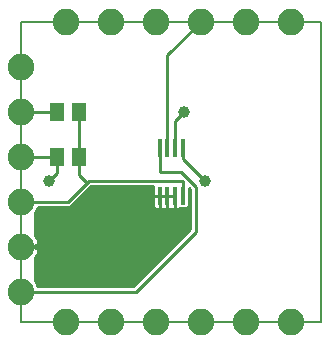
<source format=gtl>
G75*
%MOIN*%
%OFA0B0*%
%FSLAX25Y25*%
%IPPOS*%
%LPD*%
%AMOC8*
5,1,8,0,0,1.08239X$1,22.5*
%
%ADD10C,0.00000*%
%ADD11R,0.01800X0.06000*%
%ADD12R,0.05118X0.05906*%
%ADD13C,0.00500*%
%ADD14C,0.08858*%
%ADD15C,0.01000*%
%ADD16C,0.03962*%
D10*
X0005829Y0005829D02*
X0005829Y0105790D01*
X0105829Y0105829D01*
X0105829Y0005829D01*
X0005829Y0005829D01*
D11*
X0052029Y0047829D03*
X0054529Y0047829D03*
X0057129Y0047829D03*
X0059629Y0047829D03*
X0059629Y0063829D03*
X0057129Y0063829D03*
X0054529Y0063829D03*
X0052029Y0063829D03*
D12*
X0025194Y0060829D03*
X0017714Y0060829D03*
X0017714Y0075829D03*
X0025194Y0075829D03*
D13*
X0005829Y0005829D02*
X0105829Y0005829D01*
X0105829Y0105829D01*
X0005829Y0105829D01*
X0005829Y0005829D01*
D14*
X0005829Y0015829D03*
X0005829Y0030829D03*
X0005829Y0045829D03*
X0005829Y0060829D03*
X0005829Y0075829D03*
X0005829Y0090829D03*
X0020829Y0105829D03*
X0035829Y0105829D03*
X0050829Y0105829D03*
X0065829Y0105829D03*
X0080829Y0105829D03*
X0095829Y0105829D03*
X0095829Y0005829D03*
X0080829Y0005829D03*
X0065829Y0005829D03*
X0050829Y0005829D03*
X0035829Y0005829D03*
X0020829Y0005829D03*
D15*
X0011285Y0017629D02*
X0010686Y0019074D01*
X0010579Y0019181D01*
X0010579Y0027280D01*
X0010900Y0027722D01*
X0011324Y0028553D01*
X0011612Y0029441D01*
X0011753Y0030329D01*
X0010579Y0030329D01*
X0010579Y0031329D01*
X0011753Y0031329D01*
X0011612Y0032218D01*
X0011324Y0033105D01*
X0010900Y0033937D01*
X0010579Y0034379D01*
X0010579Y0042477D01*
X0010686Y0042584D01*
X0011285Y0044029D01*
X0022200Y0044029D01*
X0028450Y0050279D01*
X0029075Y0050904D01*
X0049629Y0050904D01*
X0049629Y0047829D01*
X0049629Y0044632D01*
X0049731Y0044250D01*
X0049929Y0043908D01*
X0050208Y0043629D01*
X0050550Y0043431D01*
X0050932Y0043329D01*
X0052029Y0043329D01*
X0052029Y0047829D01*
X0052029Y0047829D01*
X0049629Y0047829D01*
X0052029Y0047829D01*
X0052029Y0047829D01*
X0052079Y0047779D01*
X0052079Y0039579D01*
X0043329Y0030829D01*
X0005829Y0030829D01*
X0010579Y0030792D02*
X0056371Y0030792D01*
X0055373Y0029793D02*
X0011668Y0029793D01*
X0011402Y0028795D02*
X0054374Y0028795D01*
X0053376Y0027796D02*
X0010938Y0027796D01*
X0010579Y0026798D02*
X0052377Y0026798D01*
X0051379Y0025799D02*
X0010579Y0025799D01*
X0010579Y0024801D02*
X0050380Y0024801D01*
X0049382Y0023802D02*
X0010579Y0023802D01*
X0010579Y0022804D02*
X0048383Y0022804D01*
X0047385Y0021805D02*
X0010579Y0021805D01*
X0010579Y0020807D02*
X0046386Y0020807D01*
X0045388Y0019808D02*
X0010579Y0019808D01*
X0010796Y0018810D02*
X0044389Y0018810D01*
X0043391Y0017811D02*
X0011209Y0017811D01*
X0011285Y0017629D02*
X0043209Y0017629D01*
X0062154Y0036575D01*
X0062154Y0050084D01*
X0061829Y0050409D01*
X0061829Y0044291D01*
X0061068Y0043529D01*
X0058777Y0043529D01*
X0058608Y0043431D01*
X0058227Y0043329D01*
X0057129Y0043329D01*
X0057129Y0047829D01*
X0057129Y0047829D01*
X0054729Y0047829D01*
X0054529Y0047829D01*
X0054529Y0047829D01*
X0054529Y0043329D01*
X0053432Y0043329D01*
X0053279Y0043370D01*
X0053127Y0043329D01*
X0052029Y0043329D01*
X0052029Y0047829D01*
X0052029Y0047829D01*
X0052129Y0047829D01*
X0054529Y0047829D01*
X0054529Y0047829D01*
X0054529Y0043329D01*
X0055627Y0043329D01*
X0055829Y0043383D01*
X0056032Y0043329D01*
X0057129Y0043329D01*
X0057129Y0047829D01*
X0057129Y0047829D01*
X0054529Y0047829D01*
X0052029Y0047829D01*
X0052029Y0047767D02*
X0052029Y0047767D01*
X0052029Y0046768D02*
X0052029Y0046768D01*
X0052029Y0045770D02*
X0052029Y0045770D01*
X0052029Y0044771D02*
X0052029Y0044771D01*
X0052029Y0043773D02*
X0052029Y0043773D01*
X0050064Y0043773D02*
X0011178Y0043773D01*
X0010765Y0042774D02*
X0062154Y0042774D01*
X0062154Y0041776D02*
X0010579Y0041776D01*
X0010579Y0040777D02*
X0062154Y0040777D01*
X0062154Y0039779D02*
X0010579Y0039779D01*
X0010579Y0038780D02*
X0062154Y0038780D01*
X0062154Y0037781D02*
X0010579Y0037781D01*
X0010579Y0036783D02*
X0062154Y0036783D01*
X0061364Y0035784D02*
X0010579Y0035784D01*
X0010579Y0034786D02*
X0060365Y0034786D01*
X0059367Y0033787D02*
X0010976Y0033787D01*
X0011427Y0032789D02*
X0058368Y0032789D01*
X0057370Y0031790D02*
X0011680Y0031790D01*
X0022942Y0044771D02*
X0049629Y0044771D01*
X0049629Y0045770D02*
X0023940Y0045770D01*
X0024939Y0046768D02*
X0049629Y0046768D01*
X0049629Y0047767D02*
X0025937Y0047767D01*
X0026936Y0048765D02*
X0049629Y0048765D01*
X0049629Y0049764D02*
X0027934Y0049764D01*
X0028933Y0050762D02*
X0049629Y0050762D01*
X0054529Y0047829D02*
X0054529Y0047829D01*
X0054529Y0047767D02*
X0054529Y0047767D01*
X0054529Y0046768D02*
X0054529Y0046768D01*
X0054529Y0045770D02*
X0054529Y0045770D01*
X0054529Y0044771D02*
X0054529Y0044771D01*
X0054529Y0043773D02*
X0054529Y0043773D01*
X0057129Y0043773D02*
X0057129Y0043773D01*
X0057129Y0044771D02*
X0057129Y0044771D01*
X0057129Y0045770D02*
X0057129Y0045770D01*
X0057129Y0046768D02*
X0057129Y0046768D01*
X0057129Y0047767D02*
X0057129Y0047767D01*
X0059629Y0047829D02*
X0059629Y0052654D01*
X0059579Y0052704D01*
X0028329Y0052704D01*
X0027704Y0052079D01*
X0025194Y0054589D01*
X0025194Y0060829D01*
X0025194Y0075829D01*
X0017714Y0075829D02*
X0005829Y0075829D01*
X0005829Y0060829D02*
X0017714Y0060829D01*
X0017714Y0055214D01*
X0017704Y0055204D01*
X0015204Y0052704D01*
X0021454Y0045829D02*
X0027704Y0052079D01*
X0021454Y0045829D02*
X0005829Y0045829D01*
X0017704Y0060819D02*
X0017714Y0060829D01*
X0052029Y0063829D02*
X0052029Y0055879D01*
X0052079Y0055829D01*
X0058954Y0055829D01*
X0063954Y0050829D01*
X0063954Y0035829D01*
X0043954Y0015829D01*
X0005829Y0015829D01*
X0054529Y0063829D02*
X0054529Y0094529D01*
X0065829Y0105829D01*
X0060204Y0075829D02*
X0057129Y0072754D01*
X0057129Y0063829D01*
X0059629Y0063829D02*
X0059629Y0060154D01*
X0067079Y0052704D01*
X0062154Y0049764D02*
X0061829Y0049764D01*
X0061829Y0048765D02*
X0062154Y0048765D01*
X0062154Y0047767D02*
X0061829Y0047767D01*
X0061829Y0046768D02*
X0062154Y0046768D01*
X0062154Y0045770D02*
X0061829Y0045770D01*
X0061829Y0044771D02*
X0062154Y0044771D01*
X0062154Y0043773D02*
X0061311Y0043773D01*
D16*
X0067079Y0052704D03*
X0060204Y0075829D03*
X0015204Y0052704D03*
M02*

</source>
